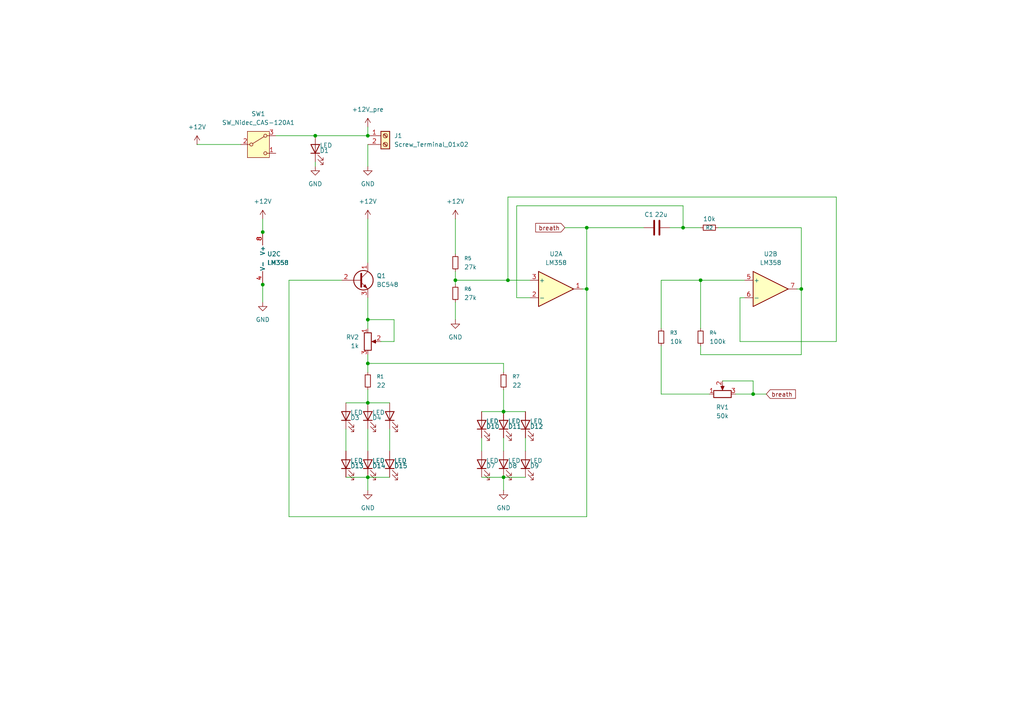
<source format=kicad_sch>
(kicad_sch (version 20250114) (generator "eeschema") (generator_version "9.0")
  (paper "A4")
  (lib_symbols
    (symbol "Amplifier_Operational:LM358" (pin_names (offset 0.127))
      (property "Reference" "U" (at 0 5.08 0))
      (property "Value" "LM358" (at 0 -5.08 0))
      (symbol "LM358_1_1"
        (polyline (pts (xy -5.08 5.08) (xy 5.08 0) (xy -5.08 -5.08) (xy -5.08 5.08)) (stroke (width 0.254)) (fill (type background)))
        (pin input line (at -7.62 2.54 0) (length 2.54) (name "+") (number "3"))
        (pin input line (at -7.62 -2.54 0) (length 2.54) (name "-") (number "2"))
        (pin output line (at 7.62 0 180) (length 2.54) (name "~") (number "1"))
      )
      (symbol "LM358_2_1"
        (polyline (pts (xy -5.08 5.08) (xy 5.08 0) (xy -5.08 -5.08) (xy -5.08 5.08)) (stroke (width 0.254)) (fill (type background)))
        (pin input line (at -7.62 2.54 0) (length 2.54) (name "+") (number "5"))
        (pin input line (at -7.62 -2.54 0) (length 2.54) (name "-") (number "6"))
        (pin output line (at 7.62 0 180) (length 2.54) (name "~") (number "7"))
      )
      (symbol "LM358_3_1"
        (pin power_in line (at -2.54 7.62 270) (length 3.81) (name "V+") (number "8"))
        (pin power_in line (at -2.54 -7.62 90) (length 3.81) (name "V-") (number "4"))
      )
    )
    (symbol "Connector:Screw_Terminal_01x02" (pin_names (offset 1.016) (hide yes))
      (property "Reference" "J" (at 0 2.54 0))
      (property "Value" "Screw_Terminal_01x02" (at 0 -5.08 0))
      (symbol "Screw_Terminal_01x02_1_1"
        (rectangle (start -1.27 1.27) (end 1.27 -3.81) (stroke (width 0.254)) (fill (type background)))
        (polyline (pts (xy -0.5334 0.3302) (xy 0.3302 -0.508)) (stroke (width 0.1524)))
        (polyline (pts (xy -0.5334 -2.2098) (xy 0.3302 -3.048)) (stroke (width 0.1524)))
        (polyline (pts (xy -0.3556 0.508) (xy 0.508 -0.3302)) (stroke (width 0.1524)))
        (polyline (pts (xy -0.3556 -2.032) (xy 0.508 -2.8702)) (stroke (width 0.1524)))
        (circle (center 0 0) (radius 0.635) (stroke (width 0.1524)))
        (circle (center 0 -2.54) (radius 0.635) (stroke (width 0.1524)))
        (pin passive line (at -5.08 0 0) (length 3.81) (name "Pin_1") (number "1"))
        (pin passive line (at -5.08 -2.54 0) (length 3.81) (name "Pin_2") (number "2"))
      )
    )
    (symbol "Device:C" (pin_numbers (hide yes)) (pin_names (offset 0.254))
      (property "Reference" "C" (at 0.635 2.54 0))
      (property "Value" "C" (at 0.635 -2.54 0))
      (symbol "C_0_1"
        (polyline (pts (xy -2.032 0.762) (xy 2.032 0.762)) (stroke (width 0.508)))
        (polyline (pts (xy -2.032 -0.762) (xy 2.032 -0.762)) (stroke (width 0.508)))
      )
      (symbol "C_1_1"
        (pin passive line (at 0 3.81 270) (length 2.794) (name "~") (number "1"))
        (pin passive line (at 0 -3.81 90) (length 2.794) (name "~") (number "2"))
      )
    )
    (symbol "Device:LED" (pin_numbers (hide yes)) (pin_names (offset 1.016) (hide yes))
      (property "Reference" "D" (at 0 2.54 0))
      (property "Value" "LED" (at 0 -2.54 0))
      (symbol "LED_0_1"
        (polyline (pts (xy -3.048 -0.762) (xy -4.572 -2.286) (xy -3.81 -2.286) (xy -4.572 -2.286) (xy -4.572 -1.524)))
        (polyline (pts (xy -1.778 -0.762) (xy -3.302 -2.286) (xy -2.54 -2.286) (xy -3.302 -2.286) (xy -3.302 -1.524)))
        (polyline (pts (xy -1.27 0) (xy 1.27 0)))
        (polyline (pts (xy -1.27 -1.27) (xy -1.27 1.27)) (stroke (width 0.254)))
        (polyline (pts (xy 1.27 -1.27) (xy 1.27 1.27) (xy -1.27 0) (xy 1.27 -1.27)) (stroke (width 0.254)))
      )
      (symbol "LED_1_1"
        (pin passive line (at -3.81 0 0) (length 2.54) (name "K") (number "1"))
        (pin passive line (at 3.81 0 180) (length 2.54) (name "A") (number "2"))
      )
    )
    (symbol "Device:R_Potentiometer" (pin_names (offset 1.016) (hide yes))
      (property "Reference" "RV" (at -4.445 0 90))
      (property "Value" "R_Potentiometer" (at -2.54 0 90))
      (symbol "R_Potentiometer_0_1"
        (rectangle (start 1.016 2.54) (end -1.016 -2.54) (stroke (width 0.254)))
        (polyline (pts (xy 1.143 0) (xy 2.286 0.508) (xy 2.286 -0.508) (xy 1.143 0)) (fill (type outline)))
        (polyline (pts (xy 2.54 0) (xy 1.524 0)))
      )
      (symbol "R_Potentiometer_1_1"
        (pin passive line (at 0 3.81 270) (length 1.27) (name "1") (number "1"))
        (pin passive line (at 0 -3.81 90) (length 1.27) (name "3") (number "3"))
        (pin passive line (at 3.81 0 180) (length 1.27) (name "2") (number "2"))
      )
    )
    (symbol "Device:R_Small" (pin_numbers (hide yes)) (pin_names (offset 0.254) (hide yes))
      (property "Reference" "R" (at 0 0 90))
      (property "Value" "R_Small" (at 1.778 0 90))
      (symbol "R_Small_0_1"
        (rectangle (start -0.762 1.778) (end 0.762 -1.778) (stroke (width 0.2032)))
      )
      (symbol "R_Small_1_1"
        (pin passive line (at 0 2.54 270) (length 0.762) (name "~") (number "1"))
        (pin passive line (at 0 -2.54 90) (length 0.762) (name "~") (number "2"))
      )
    )
    (symbol "Switch:SW_Nidec_CAS-120A1" (pin_names (offset 1) (hide yes))
      (property "Reference" "SW" (at 0 4.318 0))
      (property "Value" "SW_Nidec_CAS-120A1" (at 0 -5.08 0))
      (symbol "SW_Nidec_CAS-120A1_0_1"
        (circle (center -2.032 0) (radius 0.4572))
        (polyline (pts (xy -1.651 0.254) (xy 1.651 2.286)))
        (circle (center 2.032 2.54) (radius 0.4572))
        (circle (center 2.032 -2.54) (radius 0.4572))
      )
      (symbol "SW_Nidec_CAS-120A1_1_1"
        (rectangle (start -3.175 3.81) (end 3.175 -3.81) (fill (type background)))
        (pin passive line (at -5.08 0 0) (length 2.54) (name "B") (number "2"))
        (pin passive line (at 5.08 2.54 180) (length 2.54) (name "A") (number "3"))
        (pin passive line (at 5.08 -2.54 180) (length 2.54) (name "C") (number "1"))
      )
    )
    (symbol "Transistor_BJT:BC548" (pin_names (offset 0) (hide yes))
      (property "Reference" "Q" (at 5.08 1.905 0))
      (property "Value" "BC548" (at 5.08 0 0))
      (symbol "BC548_0_1"
        (polyline (pts (xy -2.54 0) (xy 0.635 0)))
        (polyline (pts (xy 0.635 1.905) (xy 0.635 -1.905)) (stroke (width 0.508)))
        (circle (center 1.27 0) (radius 2.8194) (stroke (width 0.254)))
      )
      (symbol "BC548_1_1"
        (polyline (pts (xy 0.635 0.635) (xy 2.54 2.54)))
        (polyline (pts (xy 0.635 -0.635) (xy 2.54 -2.54)))
        (polyline (pts (xy 1.27 -1.778) (xy 1.778 -1.27) (xy 2.286 -2.286) (xy 1.27 -1.778)) (fill (type outline)))
        (pin input line (at -5.08 0 0) (length 2.54) (name "B") (number "2"))
        (pin passive line (at 2.54 5.08 270) (length 2.54) (name "C") (number "1"))
        (pin passive line (at 2.54 -5.08 90) (length 2.54) (name "E") (number "3"))
      )
    )
    (symbol "power:+12V" (power) (pin_numbers (hide yes)) (pin_names (offset 0) (hide yes))
      (property "Value" "+12V" (at 0 3.556 0))
      (symbol "+12V_0_1"
        (polyline (pts (xy -0.762 1.27) (xy 0 2.54)))
        (polyline (pts (xy 0 2.54) (xy 0.762 1.27)))
        (polyline (pts (xy 0 0) (xy 0 2.54)))
      )
      (symbol "+12V_1_1"
        (pin power_in line (at 0 0 90) (length 0) (name "~") (number "1"))
      )
    )
    (symbol "power:GND" (power) (pin_numbers (hide yes)) (pin_names (offset 0) (hide yes))
      (property "Value" "GND" (at 0 -3.81 0))
      (symbol "GND_0_1"
        (polyline (pts (xy 0 0) (xy 0 -1.27) (xy 1.27 -1.27) (xy 0 -2.54) (xy -1.27 -1.27) (xy 0 -1.27)))
      )
      (symbol "GND_1_1"
        (pin power_in line (at 0 0 270) (length 0) (name "~") (number "1"))
      )
    )
  )
  (junction (at 106.68 39.37))
  (junction (at 106.68 105.41))
  (junction (at 91.44 39.37))
  (junction (at 147.32 81.28))
  (junction (at 232.41 83.82))
  (junction (at 146.05 119.38))
  (junction (at 198.12 66.04))
  (junction (at 132.08 81.28))
  (junction (at 218.44 114.3))
  (junction (at 203.2 81.28))
  (junction (at 76.2 67.31))
  (junction (at 106.68 92.71))
  (junction (at 170.18 83.82))
  (junction (at 106.68 138.43))
  (junction (at 146.05 138.43))
  (junction (at 76.2 82.55))
  (junction (at 170.18 66.04))
  (junction (at 106.68 116.84))
  (wire (pts (xy 146.05 127) (xy 146.05 130.81)))
  (wire (pts (xy 215.9 86.36) (xy 214.63 86.36)))
  (wire (pts (xy 106.68 138.43) (xy 106.68 142.24)))
  (wire (pts (xy 106.68 102.87) (xy 106.68 105.41)))
  (wire (pts (xy 168.91 83.82) (xy 170.18 83.82)))
  (wire (pts (xy 209.55 110.49) (xy 218.44 110.49)))
  (wire (pts (xy 170.18 66.04) (xy 170.18 83.82)))
  (wire (pts (xy 242.57 57.15) (xy 147.32 57.15)))
  (wire (pts (xy 132.08 78.74) (xy 132.08 81.28)))
  (wire (pts (xy 106.68 138.43) (xy 113.03 138.43)))
  (wire (pts (xy 106.68 92.71) (xy 106.68 95.25)))
  (wire (pts (xy 114.3 99.06) (xy 114.3 92.71)))
  (wire (pts (xy 198.12 59.69) (xy 198.12 66.04)))
  (wire (pts (xy 149.86 86.36) (xy 149.86 59.69)))
  (wire (pts (xy 203.2 102.87) (xy 232.41 102.87)))
  (wire (pts (xy 218.44 114.3) (xy 222.25 114.3)))
  (wire (pts (xy 132.08 81.28) (xy 147.32 81.28)))
  (wire (pts (xy 91.44 46.99) (xy 91.44 48.26)))
  (wire (pts (xy 153.67 86.36) (xy 149.86 86.36)))
  (wire (pts (xy 91.44 39.37) (xy 106.68 39.37)))
  (wire (pts (xy 232.41 83.82) (xy 232.41 66.04)))
  (wire (pts (xy 106.68 105.41) (xy 106.68 107.95)))
  (wire (pts (xy 132.08 87.63) (xy 132.08 92.71)))
  (wire (pts (xy 113.03 124.46) (xy 113.03 130.81)))
  (wire (pts (xy 203.2 102.87) (xy 203.2 100.33)))
  (wire (pts (xy 99.06 81.28) (xy 83.82 81.28)))
  (wire (pts (xy 106.68 36.83) (xy 106.68 39.37)))
  (wire (pts (xy 149.86 59.69) (xy 198.12 59.69)))
  (wire (pts (xy 139.7 119.38) (xy 146.05 119.38)))
  (wire (pts (xy 146.05 138.43) (xy 146.05 142.24)))
  (wire (pts (xy 83.82 81.28) (xy 83.82 149.86)))
  (wire (pts (xy 232.41 66.04) (xy 208.28 66.04)))
  (wire (pts (xy 203.2 81.28) (xy 191.77 81.28)))
  (wire (pts (xy 139.7 138.43) (xy 146.05 138.43)))
  (wire (pts (xy 80.01 39.37) (xy 91.44 39.37)))
  (wire (pts (xy 242.57 99.06) (xy 242.57 57.15)))
  (wire (pts (xy 57.15 41.91) (xy 69.85 41.91)))
  (wire (pts (xy 146.05 105.41) (xy 106.68 105.41)))
  (wire (pts (xy 194.31 66.04) (xy 198.12 66.04)))
  (wire (pts (xy 214.63 99.06) (xy 242.57 99.06)))
  (wire (pts (xy 76.2 69.85) (xy 76.2 67.31)))
  (wire (pts (xy 146.05 107.95) (xy 146.05 105.41)))
  (wire (pts (xy 139.7 127) (xy 139.7 130.81)))
  (wire (pts (xy 106.68 124.46) (xy 106.68 130.81)))
  (wire (pts (xy 191.77 114.3) (xy 205.74 114.3)))
  (wire (pts (xy 106.68 41.91) (xy 106.68 48.26)))
  (wire (pts (xy 132.08 63.5) (xy 132.08 73.66)))
  (wire (pts (xy 146.05 119.38) (xy 152.4 119.38)))
  (wire (pts (xy 146.05 113.03) (xy 146.05 119.38)))
  (wire (pts (xy 100.33 124.46) (xy 100.33 130.81)))
  (wire (pts (xy 106.68 113.03) (xy 106.68 116.84)))
  (wire (pts (xy 231.14 83.82) (xy 232.41 83.82)))
  (wire (pts (xy 214.63 86.36) (xy 214.63 99.06)))
  (wire (pts (xy 76.2 82.55) (xy 76.2 87.63)))
  (wire (pts (xy 100.33 138.43) (xy 106.68 138.43)))
  (wire (pts (xy 218.44 114.3) (xy 218.44 110.49)))
  (wire (pts (xy 232.41 102.87) (xy 232.41 83.82)))
  (wire (pts (xy 186.69 66.04) (xy 170.18 66.04)))
  (wire (pts (xy 191.77 81.28) (xy 191.77 95.25)))
  (wire (pts (xy 110.49 99.06) (xy 114.3 99.06)))
  (wire (pts (xy 132.08 81.28) (xy 132.08 82.55)))
  (wire (pts (xy 147.32 81.28) (xy 153.67 81.28)))
  (wire (pts (xy 83.82 149.86) (xy 170.18 149.86)))
  (wire (pts (xy 203.2 81.28) (xy 203.2 95.25)))
  (wire (pts (xy 146.05 138.43) (xy 152.4 138.43)))
  (wire (pts (xy 76.2 63.5) (xy 76.2 67.31)))
  (wire (pts (xy 170.18 149.86) (xy 170.18 83.82)))
  (wire (pts (xy 163.83 66.04) (xy 170.18 66.04)))
  (wire (pts (xy 106.68 86.36) (xy 106.68 92.71)))
  (wire (pts (xy 191.77 100.33) (xy 191.77 114.3)))
  (wire (pts (xy 114.3 92.71) (xy 106.68 92.71)))
  (wire (pts (xy 147.32 57.15) (xy 147.32 81.28)))
  (wire (pts (xy 106.68 63.5) (xy 106.68 76.2)))
  (wire (pts (xy 215.9 81.28) (xy 203.2 81.28)))
  (wire (pts (xy 106.68 116.84) (xy 113.03 116.84)))
  (wire (pts (xy 213.36 114.3) (xy 218.44 114.3)))
  (wire (pts (xy 198.12 66.04) (xy 203.2 66.04)))
  (wire (pts (xy 100.33 116.84) (xy 106.68 116.84)))
  (wire (pts (xy 152.4 127) (xy 152.4 130.81)))
  (global_label "breath" (shape input) (at 222.25 114.3 0) (property "Intersheetrefs" "${INTERSHEET_REFS}" (effects (hide yes))))
  (global_label "breath" (shape input) (at 163.83 66.04 180) (property "Intersheetrefs" "${INTERSHEET_REFS}" (effects (hide yes))))
  (symbol (lib_id "power:+12V") (at 57.15 41.91 0) (unit 1)
    (property "Reference" "#PWR011" (effects (hide yes)))
    (property "Value" "+12V" (at 57.15 36.83 0))
    (property "Description" "Power symbol creates a global label with name \"+12V\"" (effects (hide yes)))
  )
  (symbol (lib_id "Switch:SW_Nidec_CAS-120A1") (at 74.93 41.91 0) (unit 1)
    (property "Reference" "SW1" (at 74.93 33.02 0))
    (property "Value" "SW_Nidec_CAS-120A1" (at 74.93 35.56 0))
    (property "Footprint" "Button_Switch_SMD:Nidec_Copal_CAS-120A" (effects (hide yes)))
    (property "Datasheet" "https://www.nidec-components.com/e/catalog/switch/cas.pdf" (effects (hide yes)))
    (property "Description" "Switch, single pole double throw" (effects (hide yes)))
  )
  (symbol (lib_id "Device:LED") (at 152.4 123.19 90) (unit 1)
    (property "Reference" "D12" (at 153.67 123.698 90) (effects (justify right)))
    (property "Value" "LED" (at 153.67 122.174 90) (effects (justify right)))
    (property "Footprint" "LED_THT:LED_D5.0mm_IRGrey" (effects (hide yes)))
    (property "Description" "Light emitting diode" (effects (hide yes)))
    (property "Sim.Pins" "1=K 2=A" (effects (hide yes)))
  )
  (symbol (lib_id "Device:LED") (at 106.68 134.62 90) (unit 1)
    (property "Reference" "D14" (at 107.95 135.128 90) (effects (justify right)))
    (property "Value" "LED" (at 107.95 133.604 90) (effects (justify right)))
    (property "Footprint" "LED_THT:LED_D5.0mm_IRGrey" (effects (hide yes)))
    (property "Description" "Light emitting diode" (effects (hide yes)))
    (property "Sim.Pins" "1=K 2=A" (effects (hide yes)))
  )
  (symbol (lib_id "Device:R_Small") (at 146.05 110.49 0) (unit 1)
    (property "Reference" "R7" (at 148.59 109.2199 0) (effects (font (size 1.016 1.016)) (justify left)))
    (property "Value" "22" (at 148.59 111.7599 0) (effects (justify left)))
    (property "Footprint" "Resistor_THT:R_Axial_DIN0204_L3.6mm_D1.6mm_P7.62mm_Horizontal" (effects (hide yes)))
    (property "Description" "Resistor, small symbol" (effects (hide yes)))
  )
  (symbol (lib_id "power:GND") (at 76.2 87.63 0) (unit 1)
    (property "Reference" "#PWR02" (effects (hide yes)))
    (property "Value" "GND" (at 76.2 92.71 0))
    (property "Description" "Power symbol creates a global label with name \"GND\" , ground" (effects (hide yes)))
  )
  (symbol (lib_id "Device:LED") (at 113.03 134.62 90) (unit 1)
    (property "Reference" "D15" (at 114.3 135.128 90) (effects (justify right)))
    (property "Value" "LED" (at 114.3 133.604 90) (effects (justify right)))
    (property "Footprint" "LED_THT:LED_D5.0mm_IRGrey" (effects (hide yes)))
    (property "Description" "Light emitting diode" (effects (hide yes)))
    (property "Sim.Pins" "1=K 2=A" (effects (hide yes)))
  )
  (symbol (lib_id "power:GND") (at 106.68 48.26 0) (unit 1)
    (property "Reference" "#PWR08" (effects (hide yes)))
    (property "Value" "GND" (at 106.68 53.34 0))
    (property "Description" "Power symbol creates a global label with name \"GND\" , ground" (effects (hide yes)))
  )
  (symbol (lib_id "Transistor_BJT:BC548") (at 104.14 81.28 0) (unit 1)
    (property "Reference" "Q1" (at 109.22 80.0099 0) (effects (justify left)))
    (property "Value" "BC548" (at 109.22 82.5499 0) (effects (justify left)))
    (property "Footprint" "Package_TO_SOT_THT:TO-92_Inline" (effects (hide yes)))
    (property "Datasheet" "https://www.onsemi.com/pub/Collateral/BC550-D.pdf" (effects (hide yes)))
    (property "Description" "0.1A Ic, 30V Vce, Small Signal NPN Transistor, TO-92" (effects (hide yes)))
  )
  (symbol (lib_id "Device:R_Potentiometer") (at 106.68 99.06 0) (unit 1)
    (property "Reference" "RV2" (at 104.14 97.7899 0) (effects (justify right)))
    (property "Value" "1k" (at 104.14 100.3299 0) (effects (justify right)))
    (property "Footprint" "Potentiometer_THT:Potentiometer_ACP_CA9-V10_Vertical_Hole" (effects (hide yes)))
    (property "Description" "Potentiometer" (effects (hide yes)))
  )
  (symbol (lib_id "Device:LED") (at 100.33 120.65 90) (unit 1)
    (property "Reference" "D3" (at 101.6 121.158 90) (effects (justify right)))
    (property "Value" "LED" (at 101.6 119.634 90) (effects (justify right)))
    (property "Footprint" "LED_THT:LED_D5.0mm_IRGrey" (effects (hide yes)))
    (property "Description" "Light emitting diode" (effects (hide yes)))
    (property "Sim.Pins" "1=K 2=A" (effects (hide yes)))
  )
  (symbol (lib_id "power:+12V") (at 76.2 63.5 0) (unit 1)
    (property "Reference" "#PWR03" (effects (hide yes)))
    (property "Value" "+12V" (at 76.2 58.42 0))
    (property "Description" "Power symbol creates a global label with name \"+12V\"" (effects (hide yes)))
  )
  (symbol (lib_id "Device:R_Small") (at 106.68 110.49 0) (unit 1)
    (property "Reference" "R1" (at 109.22 109.2199 0) (effects (font (size 1.016 1.016)) (justify left)))
    (property "Value" "22" (at 109.22 111.7599 0) (effects (justify left)))
    (property "Footprint" "Resistor_THT:R_Axial_DIN0204_L3.6mm_D1.6mm_P7.62mm_Horizontal" (effects (hide yes)))
    (property "Description" "Resistor, small symbol" (effects (hide yes)))
  )
  (symbol (lib_id "power:+12V") (at 106.68 36.83 0) (unit 1)
    (property "Reference" "#PWR09" (effects (hide yes)))
    (property "Value" "+12V_pre" (at 106.68 31.75 0))
    (property "Description" "Power symbol creates a global label with name \"+12V\"" (effects (hide yes)))
  )
  (symbol (lib_id "Device:LED") (at 152.4 134.62 90) (unit 1)
    (property "Reference" "D9" (at 153.67 135.128 90) (effects (justify right)))
    (property "Value" "LED" (at 153.67 133.604 90) (effects (justify right)))
    (property "Footprint" "LED_THT:LED_D5.0mm_IRGrey" (effects (hide yes)))
    (property "Description" "Light emitting diode" (effects (hide yes)))
    (property "Sim.Pins" "1=K 2=A" (effects (hide yes)))
  )
  (symbol (lib_id "Device:LED") (at 146.05 123.19 90) (unit 1)
    (property "Reference" "D11" (at 147.32 123.698 90) (effects (justify right)))
    (property "Value" "LED" (at 147.32 122.174 90) (effects (justify right)))
    (property "Footprint" "LED_THT:LED_D5.0mm_IRGrey" (effects (hide yes)))
    (property "Description" "Light emitting diode" (effects (hide yes)))
    (property "Sim.Pins" "1=K 2=A" (effects (hide yes)))
  )
  (symbol (lib_id "Device:LED") (at 139.7 134.62 90) (unit 1)
    (property "Reference" "D7" (at 140.97 135.128 90) (effects (justify right)))
    (property "Value" "LED" (at 140.97 133.604 90) (effects (justify right)))
    (property "Footprint" "LED_THT:LED_D5.0mm_IRGrey" (effects (hide yes)))
    (property "Description" "Light emitting diode" (effects (hide yes)))
    (property "Sim.Pins" "1=K 2=A" (effects (hide yes)))
  )
  (symbol (lib_id "Amplifier_Operational:LM358") (at 78.74 74.93 0) (unit 3)
    (property "Reference" "U1" (effects (hide yes)))
    (property "Value" "LM358" (at 77.47 76.1999 0) (effects (justify left)))
    (property "Datasheet" "http://www.ti.com/lit/ds/symlink/lm2904-n.pdf" (effects (hide yes)))
    (property "Description" "Low-Power, Dual Operational Amplifiers, DIP-8/SOIC-8/TO-99-8" (effects (hide yes)))
  )
  (symbol (lib_id "Device:LED") (at 139.7 123.19 90) (unit 1)
    (property "Reference" "D10" (at 140.97 123.698 90) (effects (justify right)))
    (property "Value" "LED" (at 140.97 122.174 90) (effects (justify right)))
    (property "Footprint" "LED_THT:LED_D5.0mm_IRGrey" (effects (hide yes)))
    (property "Description" "Light emitting diode" (effects (hide yes)))
    (property "Sim.Pins" "1=K 2=A" (effects (hide yes)))
  )
  (symbol (lib_id "power:GND") (at 146.05 142.24 0) (unit 1)
    (property "Reference" "#PWR07" (effects (hide yes)))
    (property "Value" "GND" (at 146.05 147.32 0))
    (property "Description" "Power symbol creates a global label with name \"GND\" , ground" (effects (hide yes)))
  )
  (symbol (lib_id "Device:LED") (at 100.33 134.62 90) (unit 1)
    (property "Reference" "D13" (at 101.6 135.128 90) (effects (justify right)))
    (property "Value" "LED" (at 101.6 133.604 90) (effects (justify right)))
    (property "Footprint" "LED_THT:LED_D5.0mm_IRGrey" (effects (hide yes)))
    (property "Description" "Light emitting diode" (effects (hide yes)))
    (property "Sim.Pins" "1=K 2=A" (effects (hide yes)))
  )
  (symbol (lib_id "Device:C") (at 190.5 66.04 90) (unit 1)
    (property "Reference" "C1" (at 188.214 62.23 90))
    (property "Value" "22u" (at 191.77 62.23 90))
    (property "Footprint" "Capacitor_THT:C_Radial_D8.0mm_H11.5mm_P3.50mm" (effects (hide yes)))
    (property "Description" "Unpolarized capacitor" (effects (hide yes)))
  )
  (symbol (lib_id "power:GND") (at 106.68 142.24 0) (unit 1)
    (property "Reference" "#PWR06" (effects (hide yes)))
    (property "Value" "GND" (at 106.68 147.32 0))
    (property "Description" "Power symbol creates a global label with name \"GND\" , ground" (effects (hide yes)))
  )
  (symbol (lib_id "Device:R_Potentiometer") (at 209.55 114.3 90) (unit 1)
    (property "Reference" "RV1" (at 209.55 118.11 90))
    (property "Value" "50k" (at 209.55 120.65 90))
    (property "Footprint" "Potentiometer_THT:Potentiometer_ACP_CA9-V10_Vertical_Hole" (effects (hide yes)))
    (property "Description" "Potentiometer" (effects (hide yes)))
  )
  (symbol (lib_id "Device:LED") (at 113.03 120.65 90) (unit 1)
    (property "Reference" "D5" (effects (hide yes)))
    (property "Value" "LED" (effects (hide yes)))
    (property "Footprint" "LED_THT:LED_D5.0mm_IRGrey" (effects (hide yes)))
    (property "Description" "Light emitting diode" (effects (hide yes)))
    (property "Sim.Pins" "1=K 2=A" (effects (hide yes)))
  )
  (symbol (lib_id "Device:R_Small") (at 203.2 97.79 0) (unit 1)
    (property "Reference" "R4" (at 205.74 96.5199 0) (effects (font (size 1.016 1.016)) (justify left)))
    (property "Value" "100k" (at 205.74 99.0599 0) (effects (justify left)))
    (property "Footprint" "Resistor_THT:R_Axial_DIN0204_L3.6mm_D1.6mm_P7.62mm_Horizontal" (effects (hide yes)))
    (property "Description" "Resistor, small symbol" (effects (hide yes)))
  )
  (symbol (lib_id "Device:R_Small") (at 191.77 97.79 0) (unit 1)
    (property "Reference" "R3" (at 194.31 96.5199 0) (effects (font (size 1.016 1.016)) (justify left)))
    (property "Value" "10k" (at 194.31 99.0599 0) (effects (justify left)))
    (property "Footprint" "Resistor_THT:R_Axial_DIN0204_L3.6mm_D1.6mm_P7.62mm_Horizontal" (effects (hide yes)))
    (property "Description" "Resistor, small symbol" (effects (hide yes)))
  )
  (symbol (lib_id "Device:LED") (at 106.68 120.65 90) (unit 1)
    (property "Reference" "D4" (at 107.95 121.158 90) (effects (justify right)))
    (property "Value" "LED" (at 107.95 119.634 90) (effects (justify right)))
    (property "Footprint" "LED_THT:LED_D5.0mm_IRGrey" (effects (hide yes)))
    (property "Description" "Light emitting diode" (effects (hide yes)))
    (property "Sim.Pins" "1=K 2=A" (effects (hide yes)))
  )
  (symbol (lib_id "Amplifier_Operational:LM358") (at 78.74 74.93 0) (unit 3)
    (property "Reference" "U2" (at 77.47 73.6599 0) (effects (justify left)))
    (property "Value" "LM358" (at 77.47 76.1999 0) (effects (justify left)))
    (property "Footprint" "Package_DIP:DIP-8_W7.62mm_Socket" (effects (hide yes)))
    (property "Datasheet" "http://www.ti.com/lit/ds/symlink/lm2904-n.pdf" (effects (hide yes)))
    (property "Description" "Low-Power, Dual Operational Amplifiers, DIP-8/SOIC-8/TO-99-8" (effects (hide yes)))
  )
  (symbol (lib_id "power:+12V") (at 106.68 63.5 0) (unit 1)
    (property "Reference" "#PWR05" (effects (hide yes)))
    (property "Value" "+12V" (at 106.68 58.42 0))
    (property "Description" "Power symbol creates a global label with name \"+12V\"" (effects (hide yes)))
  )
  (symbol (lib_id "Device:R_Small") (at 132.08 85.09 0) (unit 1)
    (property "Reference" "R6" (at 134.62 83.8199 0) (effects (font (size 1.016 1.016)) (justify left)))
    (property "Value" "27k" (at 134.62 86.3599 0) (effects (justify left)))
    (property "Footprint" "Resistor_THT:R_Axial_DIN0204_L3.6mm_D1.6mm_P7.62mm_Horizontal" (effects (hide yes)))
    (property "Description" "Resistor, small symbol" (effects (hide yes)))
  )
  (symbol (lib_id "power:GND") (at 132.08 92.71 0) (unit 1)
    (property "Reference" "#PWR01" (effects (hide yes)))
    (property "Value" "GND" (at 132.08 97.79 0))
    (property "Description" "Power symbol creates a global label with name \"GND\" , ground" (effects (hide yes)))
  )
  (symbol (lib_id "power:GND") (at 91.44 48.26 0) (unit 1)
    (property "Reference" "#PWR010" (effects (hide yes)))
    (property "Value" "GND" (at 91.44 53.34 0))
    (property "Description" "Power symbol creates a global label with name \"GND\" , ground" (effects (hide yes)))
  )
  (symbol (lib_id "Amplifier_Operational:LM358") (at 161.29 83.82 0) (unit 1)
    (property "Reference" "U2" (at 161.29 73.66 0))
    (property "Value" "LM358" (at 161.29 76.2 0))
    (property "Footprint" "Package_DIP:DIP-8_W7.62mm_Socket" (effects (hide yes)))
    (property "Datasheet" "http://www.ti.com/lit/ds/symlink/lm2904-n.pdf" (effects (hide yes)))
    (property "Description" "Low-Power, Dual Operational Amplifiers, DIP-8/SOIC-8/TO-99-8" (effects (hide yes)))
  )
  (symbol (lib_id "Device:LED") (at 146.05 134.62 90) (unit 1)
    (property "Reference" "D8" (at 147.32 135.128 90) (effects (justify right)))
    (property "Value" "LED" (at 147.32 133.604 90) (effects (justify right)))
    (property "Footprint" "LED_THT:LED_D5.0mm_IRGrey" (effects (hide yes)))
    (property "Description" "Light emitting diode" (effects (hide yes)))
    (property "Sim.Pins" "1=K 2=A" (effects (hide yes)))
  )
  (symbol (lib_id "Device:R_Small") (at 132.08 76.2 0) (unit 1)
    (property "Reference" "R5" (at 134.62 74.9299 0) (effects (font (size 1.016 1.016)) (justify left)))
    (property "Value" "27k" (at 134.62 77.4699 0) (effects (justify left)))
    (property "Footprint" "Resistor_THT:R_Axial_DIN0204_L3.6mm_D1.6mm_P7.62mm_Horizontal" (effects (hide yes)))
    (property "Description" "Resistor, small symbol" (effects (hide yes)))
  )
  (symbol (lib_id "Device:LED") (at 91.44 43.18 90) (unit 1)
    (property "Reference" "D1" (at 92.71 43.688 90) (effects (justify right)))
    (property "Value" "LED" (at 92.71 42.164 90) (effects (justify right)))
    (property "Footprint" "LED_THT:LED_D5.0mm_IRGrey" (effects (hide yes)))
    (property "Description" "Light emitting diode" (effects (hide yes)))
    (property "Sim.Pins" "1=K 2=A" (effects (hide yes)))
  )
  (symbol (lib_id "Device:R_Small") (at 205.74 66.04 90) (unit 1)
    (property "Reference" "R2" (at 205.74 66.04 90) (effects (font (size 1.016 1.016))))
    (property "Value" "10k" (at 205.74 63.5 90))
    (property "Footprint" "Resistor_THT:R_Axial_DIN0204_L3.6mm_D1.6mm_P7.62mm_Horizontal" (effects (hide yes)))
    (property "Description" "Resistor, small symbol" (effects (hide yes)))
  )
  (symbol (lib_id "power:+12V") (at 132.08 63.5 0) (unit 1)
    (property "Reference" "#PWR04" (effects (hide yes)))
    (property "Value" "+12V" (at 132.08 58.42 0))
    (property "Description" "Power symbol creates a global label with name \"+12V\"" (effects (hide yes)))
  )
  (symbol (lib_id "Amplifier_Operational:LM358") (at 223.52 83.82 0) (unit 2)
    (property "Reference" "U2" (at 223.52 73.66 0))
    (property "Value" "LM358" (at 223.52 76.2 0))
    (property "Footprint" "Package_DIP:DIP-8_W7.62mm_Socket" (effects (hide yes)))
    (property "Datasheet" "http://www.ti.com/lit/ds/symlink/lm2904-n.pdf" (effects (hide yes)))
    (property "Description" "Low-Power, Dual Operational Amplifiers, DIP-8/SOIC-8/TO-99-8" (effects (hide yes)))
  )
  (symbol (lib_id "Connector:Screw_Terminal_01x02") (at 111.76 39.37 0) (unit 1)
    (property "Reference" "J1" (at 114.3 39.3699 0) (effects (justify left)))
    (property "Value" "Screw_Terminal_01x02" (at 114.3 41.9099 0) (effects (justify left)))
    (property "Footprint" "TerminalBlock_MetzConnect:TerminalBlock_MetzConnect_Type059_RT06302HBWC_1x02_P3.50mm_Horizontal" (effects (hide yes)))
    (property "Description" "Generic screw terminal, single row, 01x02, script generated (kicad-library-utils/schlib/autogen/connector/)" (effects (hide yes)))
  )
)
</source>
